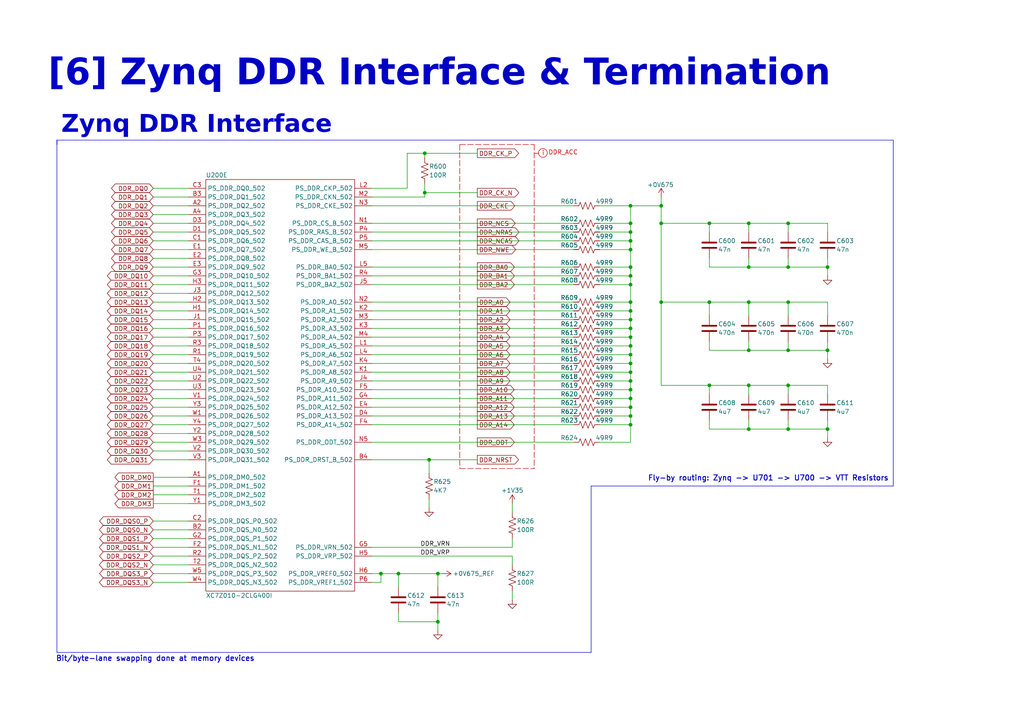
<source format=kicad_sch>
(kicad_sch (version 20231120) (generator "eeschema") (generator_version "8.0")
  (paper "A4")
  (title_block (title "Zynq DDR Interface & Termination") (date "2023-12-09") (rev "-") (company "Designed By: Dylan Gutierrez"))
  (junction (at 182.88 87.63))
  (junction (at 228.6 124.46))
  (junction (at 182.88 69.85))
  (junction (at 110.49 166.37))
  (junction (at 182.88 105.41))
  (junction (at 115.57 166.37))
  (junction (at 182.88 92.71))
  (junction (at 123.19 44.45))
  (junction (at 205.74 111.76))
  (junction (at 228.6 87.63))
  (junction (at 182.88 90.17))
  (junction (at 217.17 64.77))
  (junction (at 217.17 101.6))
  (junction (at 240.03 101.6))
  (junction (at 182.88 64.77))
  (junction (at 228.6 101.6))
  (junction (at 123.19 55.88))
  (junction (at 127 180.34))
  (junction (at 182.88 59.69))
  (junction (at 182.88 107.95))
  (junction (at 182.88 113.03))
  (junction (at 228.6 64.77))
  (junction (at 127 166.37))
  (junction (at 240.03 124.46))
  (junction (at 182.88 82.55))
  (junction (at 182.88 95.25))
  (junction (at 217.17 124.46))
  (junction (at 217.17 111.76))
  (junction (at 182.88 72.39))
  (junction (at 182.88 115.57))
  (junction (at 182.88 118.11))
  (junction (at 182.88 120.65))
  (junction (at 217.17 77.47))
  (junction (at 182.88 67.31))
  (junction (at 228.6 111.76))
  (junction (at 191.77 87.63))
  (junction (at 240.03 77.47))
  (junction (at 182.88 102.87))
  (junction (at 124.46 133.35))
  (junction (at 205.74 64.77))
  (junction (at 182.88 97.79))
  (junction (at 182.88 77.47))
  (junction (at 182.88 123.19))
  (junction (at 205.74 87.63))
  (junction (at 182.88 80.01))
  (junction (at 217.17 87.63))
  (junction (at 182.88 110.49))
  (junction (at 228.6 77.47))
  (junction (at 191.77 64.77))
  (junction (at 182.88 100.33))
  (junction (at 191.77 59.69))
  (wire (pts (xy 107.95 57.15) (xy 123.19 57.15)))
  (wire (pts (xy 205.74 124.46) (xy 217.17 124.46)))
  (wire (pts (xy 127 166.37) (xy 128.27 166.37)))
  (wire (pts (xy 44.45 102.87) (xy 54.61 102.87)))
  (polyline (pts (xy 16.51 40.64) (xy 16.51 189.23)))
  (wire (pts (xy 173.99 123.19) (xy 182.88 123.19)))
  (wire (pts (xy 115.57 180.34) (xy 127 180.34)))
  (wire (pts (xy 240.03 124.46) (xy 240.03 121.92)))
  (wire (pts (xy 228.6 124.46) (xy 240.03 124.46)))
  (wire (pts (xy 44.45 166.37) (xy 54.61 166.37)))
  (wire (pts (xy 173.99 118.11) (xy 182.88 118.11)))
  (wire (pts (xy 107.95 64.77) (xy 166.37 64.77)))
  (wire (pts (xy 228.6 111.76) (xy 228.6 114.3)))
  (wire (pts (xy 107.95 54.61) (xy 118.11 54.61)))
  (polyline (pts (xy 259.08 140.97) (xy 259.08 40.64)))
  (wire (pts (xy 191.77 64.77) (xy 205.74 64.77)))
  (wire (pts (xy 228.6 101.6) (xy 240.03 101.6)))
  (wire (pts (xy 44.45 62.23) (xy 54.61 62.23)))
  (wire (pts (xy 228.6 64.77) (xy 228.6 67.31)))
  (wire (pts (xy 173.99 128.27) (xy 182.88 128.27)))
  (wire (pts (xy 173.99 64.77) (xy 182.88 64.77)))
  (wire (pts (xy 240.03 111.76) (xy 240.03 114.3)))
  (wire (pts (xy 240.03 77.47) (xy 240.03 74.93)))
  (wire (pts (xy 107.95 97.79) (xy 166.37 97.79)))
  (wire (pts (xy 44.45 146.05) (xy 54.61 146.05)))
  (wire (pts (xy 182.88 92.71) (xy 182.88 90.17)))
  (wire (pts (xy 182.88 102.87) (xy 182.88 100.33)))
  (wire (pts (xy 182.88 100.33) (xy 182.88 97.79)))
  (wire (pts (xy 173.99 107.95) (xy 182.88 107.95)))
  (wire (pts (xy 44.45 82.55) (xy 54.61 82.55)))
  (wire (pts (xy 182.88 59.69) (xy 191.77 59.69)))
  (wire (pts (xy 107.95 118.11) (xy 166.37 118.11)))
  (wire (pts (xy 173.99 82.55) (xy 182.88 82.55)))
  (wire (pts (xy 44.45 140.97) (xy 54.61 140.97)))
  (wire (pts (xy 124.46 133.35) (xy 124.46 137.16)))
  (wire (pts (xy 173.99 95.25) (xy 182.88 95.25)))
  (wire (pts (xy 44.45 158.75) (xy 54.61 158.75)))
  (wire (pts (xy 182.88 72.39) (xy 182.88 69.85)))
  (wire (pts (xy 127 180.34) (xy 127 177.8)))
  (wire (pts (xy 44.45 80.01) (xy 54.61 80.01)))
  (wire (pts (xy 217.17 111.76) (xy 228.6 111.76)))
  (wire (pts (xy 182.88 67.31) (xy 182.88 64.77)))
  (wire (pts (xy 173.99 90.17) (xy 182.88 90.17)))
  (wire (pts (xy 228.6 64.77) (xy 240.03 64.77)))
  (wire (pts (xy 44.45 138.43) (xy 54.61 138.43)))
  (wire (pts (xy 44.45 151.13) (xy 54.61 151.13)))
  (wire (pts (xy 182.88 110.49) (xy 182.88 113.03)))
  (polyline (pts (xy 16.51 189.23) (xy 171.45 189.23)))
  (wire (pts (xy 44.45 125.73) (xy 54.61 125.73)))
  (wire (pts (xy 107.95 113.03) (xy 166.37 113.03)))
  (wire (pts (xy 110.49 166.37) (xy 115.57 166.37)))
  (wire (pts (xy 191.77 57.15) (xy 191.77 59.69)))
  (wire (pts (xy 44.45 153.67) (xy 54.61 153.67)))
  (wire (pts (xy 107.95 107.95) (xy 166.37 107.95)))
  (wire (pts (xy 107.95 133.35) (xy 124.46 133.35)))
  (wire (pts (xy 217.17 87.63) (xy 228.6 87.63)))
  (wire (pts (xy 148.59 161.29) (xy 148.59 163.83)))
  (wire (pts (xy 44.45 57.15) (xy 54.61 57.15)))
  (wire (pts (xy 44.45 77.47) (xy 54.61 77.47)))
  (wire (pts (xy 173.99 69.85) (xy 182.88 69.85)))
  (wire (pts (xy 173.99 115.57) (xy 182.88 115.57)))
  (wire (pts (xy 44.45 128.27) (xy 54.61 128.27)))
  (wire (pts (xy 127 180.34) (xy 127 182.88)))
  (wire (pts (xy 205.74 114.3) (xy 205.74 111.76)))
  (wire (pts (xy 44.45 67.31) (xy 54.61 67.31)))
  (wire (pts (xy 115.57 166.37) (xy 127 166.37)))
  (wire (pts (xy 173.99 67.31) (xy 182.88 67.31)))
  (wire (pts (xy 182.88 95.25) (xy 182.88 92.71)))
  (wire (pts (xy 44.45 87.63) (xy 54.61 87.63)))
  (wire (pts (xy 182.88 97.79) (xy 182.88 95.25)))
  (wire (pts (xy 217.17 64.77) (xy 217.17 67.31)))
  (wire (pts (xy 44.45 74.93) (xy 54.61 74.93)))
  (wire (pts (xy 107.95 105.41) (xy 166.37 105.41)))
  (wire (pts (xy 173.99 77.47) (xy 182.88 77.47)))
  (wire (pts (xy 107.95 95.25) (xy 166.37 95.25)))
  (wire (pts (xy 107.95 92.71) (xy 166.37 92.71)))
  (wire (pts (xy 124.46 144.78) (xy 124.46 147.32)))
  (wire (pts (xy 228.6 77.47) (xy 240.03 77.47)))
  (wire (pts (xy 182.88 82.55) (xy 182.88 80.01)))
  (wire (pts (xy 44.45 64.77) (xy 54.61 64.77)))
  (wire (pts (xy 44.45 118.11) (xy 54.61 118.11)))
  (wire (pts (xy 44.45 95.25) (xy 54.61 95.25)))
  (polyline (pts (xy 16.51 40.64) (xy 16.51 41.91)))
  (wire (pts (xy 44.45 107.95) (xy 54.61 107.95)))
  (polyline (pts (xy 133.35 41.91) (xy 154.94 41.91)) (stroke (width 0) (type dash) (color 194 0 0 1)))
  (wire (pts (xy 182.88 69.85) (xy 182.88 67.31)))
  (wire (pts (xy 107.95 120.65) (xy 166.37 120.65)))
  (wire (pts (xy 123.19 57.15) (xy 123.19 55.88)))
  (wire (pts (xy 240.03 124.46) (xy 240.03 127)))
  (wire (pts (xy 228.6 87.63) (xy 228.6 91.44)))
  (wire (pts (xy 107.95 80.01) (xy 166.37 80.01)))
  (wire (pts (xy 107.95 100.33) (xy 166.37 100.33)))
  (wire (pts (xy 44.45 90.17) (xy 54.61 90.17)))
  (wire (pts (xy 173.99 120.65) (xy 182.88 120.65)))
  (wire (pts (xy 182.88 90.17) (xy 182.88 87.63)))
  (wire (pts (xy 107.95 123.19) (xy 166.37 123.19)))
  (wire (pts (xy 205.74 87.63) (xy 205.74 91.44)))
  (wire (pts (xy 44.45 161.29) (xy 54.61 161.29)))
  (wire (pts (xy 44.45 105.41) (xy 54.61 105.41)))
  (wire (pts (xy 228.6 121.92) (xy 228.6 124.46)))
  (wire (pts (xy 148.59 171.45) (xy 148.59 173.99)))
  (wire (pts (xy 173.99 92.71) (xy 182.88 92.71)))
  (wire (pts (xy 191.77 111.76) (xy 205.74 111.76)))
  (wire (pts (xy 205.74 64.77) (xy 205.74 67.31)))
  (polyline (pts (xy 171.45 140.97) (xy 259.08 140.97)))
  (wire (pts (xy 44.45 69.85) (xy 54.61 69.85)))
  (polyline (pts (xy 171.45 189.23) (xy 171.45 140.97)))
  (wire (pts (xy 44.45 168.91) (xy 54.61 168.91)))
  (wire (pts (xy 44.45 97.79) (xy 54.61 97.79)))
  (wire (pts (xy 123.19 44.45) (xy 138.43 44.45)))
  (wire (pts (xy 228.6 87.63) (xy 240.03 87.63)))
  (wire (pts (xy 228.6 111.76) (xy 240.03 111.76)))
  (wire (pts (xy 217.17 74.93) (xy 217.17 77.47)))
  (wire (pts (xy 44.45 133.35) (xy 54.61 133.35)))
  (wire (pts (xy 115.57 177.8) (xy 115.57 180.34)))
  (wire (pts (xy 118.11 54.61) (xy 118.11 44.45)))
  (wire (pts (xy 217.17 77.47) (xy 228.6 77.47)))
  (wire (pts (xy 205.74 87.63) (xy 217.17 87.63)))
  (wire (pts (xy 44.45 92.71) (xy 54.61 92.71)))
  (wire (pts (xy 182.88 105.41) (xy 182.88 102.87)))
  (wire (pts (xy 205.74 99.06) (xy 205.74 101.6)))
  (wire (pts (xy 217.17 99.06) (xy 217.17 101.6)))
  (wire (pts (xy 182.88 120.65) (xy 182.88 123.19)))
  (polyline (pts (xy 133.35 135.89) (xy 154.94 135.89)) (stroke (width 0) (type dash) (color 194 0 0 1)))
  (wire (pts (xy 182.88 80.01) (xy 182.88 77.47)))
  (wire (pts (xy 173.99 102.87) (xy 182.88 102.87)))
  (wire (pts (xy 182.88 77.47) (xy 182.88 72.39)))
  (wire (pts (xy 44.45 156.21) (xy 54.61 156.21)))
  (wire (pts (xy 107.95 168.91) (xy 110.49 168.91)))
  (wire (pts (xy 44.45 163.83) (xy 54.61 163.83)))
  (wire (pts (xy 182.88 123.19) (xy 182.88 128.27)))
  (wire (pts (xy 107.95 72.39) (xy 166.37 72.39)))
  (wire (pts (xy 107.95 69.85) (xy 166.37 69.85)))
  (wire (pts (xy 228.6 74.93) (xy 228.6 77.47)))
  (wire (pts (xy 228.6 99.06) (xy 228.6 101.6)))
  (wire (pts (xy 217.17 111.76) (xy 217.17 114.3)))
  (wire (pts (xy 44.45 143.51) (xy 54.61 143.51)))
  (wire (pts (xy 44.45 59.69) (xy 54.61 59.69)))
  (wire (pts (xy 240.03 77.47) (xy 240.03 80.01)))
  (wire (pts (xy 44.45 123.19) (xy 54.61 123.19)))
  (wire (pts (xy 205.74 64.77) (xy 217.17 64.77)))
  (wire (pts (xy 127 166.37) (xy 127 170.18)))
  (wire (pts (xy 107.95 90.17) (xy 166.37 90.17)))
  (wire (pts (xy 182.88 105.41) (xy 182.88 107.95)))
  (polyline (pts (xy 154.94 44.45) (xy 156.21 44.45)) (stroke (width 0) (type dash) (color 194 0 0 1)))
  (wire (pts (xy 182.88 107.95) (xy 182.88 110.49)))
  (wire (pts (xy 191.77 87.63) (xy 205.74 87.63)))
  (wire (pts (xy 240.03 101.6) (xy 240.03 104.14)))
  (wire (pts (xy 44.45 85.09) (xy 54.61 85.09)))
  (wire (pts (xy 107.95 128.27) (xy 166.37 128.27)))
  (wire (pts (xy 217.17 124.46) (xy 228.6 124.46)))
  (wire (pts (xy 217.17 87.63) (xy 217.17 91.44)))
  (wire (pts (xy 217.17 121.92) (xy 217.17 124.46)))
  (wire (pts (xy 191.77 64.77) (xy 191.77 87.63)))
  (wire (pts (xy 205.74 111.76) (xy 217.17 111.76)))
  (wire (pts (xy 110.49 168.91) (xy 110.49 166.37)))
  (wire (pts (xy 107.95 166.37) (xy 110.49 166.37)))
  (wire (pts (xy 107.95 59.69) (xy 166.37 59.69)))
  (wire (pts (xy 173.99 100.33) (xy 182.88 100.33)))
  (polyline (pts (xy 259.08 40.64) (xy 16.51 40.64)))
  (wire (pts (xy 123.19 55.88) (xy 138.43 55.88)))
  (wire (pts (xy 44.45 115.57) (xy 54.61 115.57)))
  (wire (pts (xy 191.77 64.77) (xy 191.77 59.69)))
  (wire (pts (xy 240.03 101.6) (xy 240.03 99.06)))
  (wire (pts (xy 217.17 64.77) (xy 228.6 64.77)))
  (wire (pts (xy 182.88 113.03) (xy 182.88 115.57)))
  (wire (pts (xy 217.17 101.6) (xy 228.6 101.6)))
  (wire (pts (xy 173.99 97.79) (xy 182.88 97.79)))
  (wire (pts (xy 173.99 110.49) (xy 182.88 110.49)))
  (wire (pts (xy 173.99 105.41) (xy 182.88 105.41)))
  (wire (pts (xy 107.95 158.75) (xy 148.59 158.75)))
  (wire (pts (xy 205.74 121.92) (xy 205.74 124.46)))
  (wire (pts (xy 107.95 115.57) (xy 166.37 115.57)))
  (wire (pts (xy 240.03 64.77) (xy 240.03 67.31)))
  (polyline (pts (xy 133.35 41.91) (xy 133.35 135.89)) (stroke (width 0) (type dash) (color 194 0 0 1)))
  (wire (pts (xy 107.95 82.55) (xy 166.37 82.55)))
  (wire (pts (xy 240.03 87.63) (xy 240.03 91.44)))
  (wire (pts (xy 118.11 44.45) (xy 123.19 44.45)))
  (polyline (pts (xy 154.94 41.91) (xy 154.94 135.89)) (stroke (width 0) (type dash) (color 194 0 0 1)))
  (wire (pts (xy 44.45 110.49) (xy 54.61 110.49)))
  (wire (pts (xy 191.77 87.63) (xy 191.77 111.76)))
  (wire (pts (xy 205.74 74.93) (xy 205.74 77.47)))
  (wire (pts (xy 205.74 77.47) (xy 217.17 77.47)))
  (wire (pts (xy 107.95 87.63) (xy 166.37 87.63)))
  (wire (pts (xy 107.95 161.29) (xy 148.59 161.29)))
  (wire (pts (xy 44.45 120.65) (xy 54.61 120.65)))
  (wire (pts (xy 44.45 72.39) (xy 54.61 72.39)))
  (wire (pts (xy 205.74 101.6) (xy 217.17 101.6)))
  (wire (pts (xy 44.45 100.33) (xy 54.61 100.33)))
  (wire (pts (xy 182.88 87.63) (xy 182.88 82.55)))
  (wire (pts (xy 44.45 54.61) (xy 54.61 54.61)))
  (wire (pts (xy 173.99 72.39) (xy 182.88 72.39)))
  (wire (pts (xy 173.99 80.01) (xy 182.88 80.01)))
  (wire (pts (xy 182.88 118.11) (xy 182.88 120.65)))
  (wire (pts (xy 44.45 113.03) (xy 54.61 113.03)))
  (wire (pts (xy 107.95 77.47) (xy 166.37 77.47)))
  (wire (pts (xy 173.99 59.69) (xy 182.88 59.69)))
  (wire (pts (xy 148.59 156.21) (xy 148.59 158.75)))
  (wire (pts (xy 182.88 115.57) (xy 182.88 118.11)))
  (wire (pts (xy 123.19 44.45) (xy 123.19 45.72)))
  (wire (pts (xy 173.99 113.03) (xy 182.88 113.03)))
  (wire (pts (xy 182.88 64.77) (xy 182.88 59.69)))
  (wire (pts (xy 173.99 87.63) (xy 182.88 87.63)))
  (wire (pts (xy 107.95 110.49) (xy 166.37 110.49)))
  (wire (pts (xy 124.46 133.35) (xy 138.43 133.35)))
  (wire (pts (xy 107.95 102.87) (xy 166.37 102.87)))
  (wire (pts (xy 44.45 130.81) (xy 54.61 130.81)))
  (wire (pts (xy 148.59 146.05) (xy 148.59 148.59)))
  (wire (pts (xy 123.19 53.34) (xy 123.19 55.88)))
  (wire (pts (xy 107.95 67.31) (xy 166.37 67.31)))
  (wire (pts (xy 115.57 166.37) (xy 115.57 170.18)))
  (circle (center 157.4643 44.3577) (radius 1.27) (stroke (width 0) (color 194 0 0 1)))
  (text "Bit/byte-lane swapping done at memory devices" (at 73.914 192.024 0) (effects (font (size 1.524 1.524) (thickness 0.254) (bold yes)) (justify right bottom)))
  (text "Zynq DDR Interface" (at 17.78 40.64 0) (effects (font (size 5.08 5.08) (thickness 0.508) (bold yes) (italic yes)) (justify left bottom)))
  (text "DDR_ACC" (at 159.0296 45.113 0) (effects (font (size 1.27 1.27)) (justify left bottom)))
  (text "i" (at 157.1544 45.2872 0) (effects (font (size 1.27 1.27)) (justify left bottom)))
  (text "[6] Zynq DDR Interface & Termination" (at 13.97 27.94 0) (effects (font (size 7.62 7.62) (thickness 1.016) (bold yes)) (justify left bottom)))
  (text "Fly-by routing: Zynq -> U701 -> U700 -> VTT Resistors" (at 257.81 139.7 0) (effects (font (size 1.524 1.524) (thickness 0.254) (bold yes)) (justify right bottom)))
  (label "DDR_VRP" (at 121.92 161.29 0))
  (label "DDR_VRN" (at 121.92 158.75 0))
  (global_label "DDR_DQ5" (shape bidirectional) (at 44.45 67.31 180) (property "Intersheetrefs" "${INTERSHEET_REFS}" (effects (hide yes))))
  (global_label "DDR_DQ13" (shape bidirectional) (at 44.45 87.63 180) (property "Intersheetrefs" "${INTERSHEET_REFS}" (effects (hide yes))))
  (global_label "DDR_DQS2_P" (shape bidirectional) (at 44.45 161.29 180) (property "Intersheetrefs" "${INTERSHEET_REFS}" (effects (hide yes))))
  (global_label "DDR_DQ16" (shape bidirectional) (at 44.45 95.25 180) (property "Intersheetrefs" "${INTERSHEET_REFS}" (effects (hide yes))))
  (global_label "DDR_DQ20" (shape bidirectional) (at 44.45 105.41 180) (property "Intersheetrefs" "${INTERSHEET_REFS}" (effects (hide yes))))
  (global_label "DDR_DQ31" (shape bidirectional) (at 44.45 133.35 180) (property "Intersheetrefs" "${INTERSHEET_REFS}" (effects (hide yes))))
  (global_label "DDR_DQS3_N" (shape bidirectional) (at 44.45 168.91 180) (property "Intersheetrefs" "${INTERSHEET_REFS}" (effects (hide yes))))
  (global_label "DDR_DQ30" (shape bidirectional) (at 44.45 130.81 180) (property "Intersheetrefs" "${INTERSHEET_REFS}" (effects (hide yes))))
  (global_label "DDR_DQS1_P" (shape bidirectional) (at 44.45 156.21 180) (property "Intersheetrefs" "${INTERSHEET_REFS}" (effects (hide yes))))
  (global_label "DDR_DQ3" (shape bidirectional) (at 44.45 62.23 180) (property "Intersheetrefs" "${INTERSHEET_REFS}" (effects (hide yes))))
  (global_label "DDR_DQ8" (shape bidirectional) (at 44.45 74.93 180) (property "Intersheetrefs" "${INTERSHEET_REFS}" (effects (hide yes))))
  (global_label "DDR_DQ28" (shape bidirectional) (at 44.45 125.73 180) (property "Intersheetrefs" "${INTERSHEET_REFS}" (effects (hide yes))))
  (global_label "DDR_DQ6" (shape bidirectional) (at 44.45 69.85 180) (property "Intersheetrefs" "${INTERSHEET_REFS}" (effects (hide yes))))
  (global_label "DDR_DQS2_N" (shape bidirectional) (at 44.45 163.83 180) (property "Intersheetrefs" "${INTERSHEET_REFS}" (effects (hide yes))))
  (global_label "DDR_NWE" (shape output) (at 138.43 72.39 0) (property "Intersheetrefs" "${INTERSHEET_REFS}" (effects (hide yes))))
  (global_label "DDR_A10" (shape output) (at 138.43 113.03 0) (property "Intersheetrefs" "${INTERSHEET_REFS}" (effects (hide yes))))
  (global_label "DDR_DM3" (shape output) (at 44.45 146.05 180) (property "Intersheetrefs" "${INTERSHEET_REFS}" (effects (hide yes))))
  (global_label "DDR_CK_N" (shape output) (at 138.43 55.88 0) (property "Intersheetrefs" "${INTERSHEET_REFS}" (effects (hide yes))))
  (global_label "DDR_DQ11" (shape bidirectional) (at 44.45 82.55 180) (property "Intersheetrefs" "${INTERSHEET_REFS}" (effects (hide yes))))
  (global_label "DDR_DM1" (shape output) (at 44.45 140.97 180) (property "Intersheetrefs" "${INTERSHEET_REFS}" (effects (hide yes))))
  (global_label "DDR_DQ10" (shape bidirectional) (at 44.45 80.01 180) (property "Intersheetrefs" "${INTERSHEET_REFS}" (effects (hide yes))))
  (global_label "DDR_A7" (shape output) (at 138.43 105.41 0) (property "Intersheetrefs" "${INTERSHEET_REFS}" (effects (hide yes))))
  (global_label "DDR_DQ12" (shape bidirectional) (at 44.45 85.09 180) (property "Intersheetrefs" "${INTERSHEET_REFS}" (effects (hide yes))))
  (global_label "DDR_A3" (shape output) (at 138.43 95.25 0) (property "Intersheetrefs" "${INTERSHEET_REFS}" (effects (hide yes))))
  (global_label "DDR_A14" (shape output) (at 138.43 123.19 0) (property "Intersheetrefs" "${INTERSHEET_REFS}" (effects (hide yes))))
  (global_label "DDR_NRAS" (shape output) (at 138.43 67.31 0) (property "Intersheetrefs" "${INTERSHEET_REFS}" (effects (hide yes))))
  (global_label "DDR_DQ17" (shape bidirectional) (at 44.45 97.79 180) (property "Intersheetrefs" "${INTERSHEET_REFS}" (effects (hide yes))))
  (global_label "DDR_DQ25" (shape bidirectional) (at 44.45 118.11 180) (property "Intersheetrefs" "${INTERSHEET_REFS}" (effects (hide yes))))
  (global_label "DDR_DQ26" (shape bidirectional) (at 44.45 120.65 180) (property "Intersheetrefs" "${INTERSHEET_REFS}" (effects (hide yes))))
  (global_label "DDR_A12" (shape output) (at 138.43 118.11 0) (property "Intersheetrefs" "${INTERSHEET_REFS}" (effects (hide yes))))
  (global_label "DDR_A4" (shape output) (at 138.43 97.79 0) (property "Intersheetrefs" "${INTERSHEET_REFS}" (effects (hide yes))))
  (global_label "DDR_NRST" (shape output) (at 138.43 133.35 0) (property "Intersheetrefs" "${INTERSHEET_REFS}" (effects (hide yes))))
  (global_label "DDR_DQS0_N" (shape bidirectional) (at 44.45 153.67 180) (property "Intersheetrefs" "${INTERSHEET_REFS}" (effects (hide yes))))
  (global_label "DDR_DQ23" (shape bidirectional) (at 44.45 113.03 180) (property "Intersheetrefs" "${INTERSHEET_REFS}" (effects (hide yes))))
  (global_label "DDR_A0" (shape output) (at 138.43 87.63 0) (property "Intersheetrefs" "${INTERSHEET_REFS}" (effects (hide yes))))
  (global_label "DDR_DQ2" (shape bidirectional) (at 44.45 59.69 180) (property "Intersheetrefs" "${INTERSHEET_REFS}" (effects (hide yes))))
  (global_label "DDR_A5" (shape output) (at 138.43 100.33 0) (property "Intersheetrefs" "${INTERSHEET_REFS}" (effects (hide yes))))
  (global_label "DDR_CK_P" (shape output) (at 138.43 44.45 0) (property "Intersheetrefs" "${INTERSHEET_REFS}" (effects (hide yes))))
  (global_label "DDR_DQ14" (shape bidirectional) (at 44.45 90.17 180) (property "Intersheetrefs" "${INTERSHEET_REFS}" (effects (hide yes))))
  (global_label "DDR_DQ15" (shape bidirectional) (at 44.45 92.71 180) (property "Intersheetrefs" "${INTERSHEET_REFS}" (effects (hide yes))))
  (global_label "DDR_NCAS" (shape output) (at 138.43 69.85 0) (property "Intersheetrefs" "${INTERSHEET_REFS}" (effects (hide yes))))
  (global_label "DDR_A6" (shape output) (at 138.43 102.87 0) (property "Intersheetrefs" "${INTERSHEET_REFS}" (effects (hide yes))))
  (global_label "DDR_DQ18" (shape bidirectional) (at 44.45 100.33 180) (property "Intersheetrefs" "${INTERSHEET_REFS}" (effects (hide yes))))
  (global_label "DDR_DQ9" (shape bidirectional) (at 44.45 77.47 180) (property "Intersheetrefs" "${INTERSHEET_REFS}" (effects (hide yes))))
  (global_label "DDR_DM0" (shape output) (at 44.45 138.43 180) (property "Intersheetrefs" "${INTERSHEET_REFS}" (effects (hide yes))))
  (global_label "DDR_DQ24" (shape bidirectional) (at 44.45 115.57 180) (property "Intersheetrefs" "${INTERSHEET_REFS}" (effects (hide yes))))
  (global_label "DDR_A13" (shape output) (at 138.43 120.65 0) (property "Intersheetrefs" "${INTERSHEET_REFS}" (effects (hide yes))))
  (global_label "DDR_DQ29" (shape bidirectional) (at 44.45 128.27 180) (property "Intersheetrefs" "${INTERSHEET_REFS}" (effects (hide yes))))
  (global_label "DDR_A9" (shape output) (at 138.43 110.49 0) (property "Intersheetrefs" "${INTERSHEET_REFS}" (effects (hide yes))))
  (global_label "DDR_DQ22" (shape bidirectional) (at 44.45 110.49 180) (property "Intersheetrefs" "${INTERSHEET_REFS}" (effects (hide yes))))
  (global_label "DDR_DQ7" (shape bidirectional) (at 44.45 72.39 180) (property "Intersheetrefs" "${INTERSHEET_REFS}" (effects (hide yes))))
  (global_label "DDR_DQ19" (shape bidirectional) (at 44.45 102.87 180) (property "Intersheetrefs" "${INTERSHEET_REFS}" (effects (hide yes))))
  (global_label "DDR_A11" (shape output) (at 138.43 115.57 0) (property "Intersheetrefs" "${INTERSHEET_REFS}" (effects (hide yes))))
  (global_label "DDR_NCS" (shape output) (at 138.43 64.77 0) (property "Intersheetrefs" "${INTERSHEET_REFS}" (effects (hide yes))))
  (global_label "DDR_BA1" (shape output) (at 138.43 80.01 0) (property "Intersheetrefs" "${INTERSHEET_REFS}" (effects (hide yes))))
  (global_label "DDR_DQS3_P" (shape bidirectional) (at 44.45 166.37 180) (property "Intersheetrefs" "${INTERSHEET_REFS}" (effects (hide yes))))
  (global_label "DDR_DQS0_P" (shape bidirectional) (at 44.45 151.13 180) (property "Intersheetrefs" "${INTERSHEET_REFS}" (effects (hide yes))))
  (global_label "DDR_DQS1_N" (shape bidirectional) (at 44.45 158.75 180) (property "Intersheetrefs" "${INTERSHEET_REFS}" (effects (hide yes))))
  (global_label "DDR_BA0" (shape output) (at 138.43 77.47 0) (property "Intersheetrefs" "${INTERSHEET_REFS}" (effects (hide yes))))
  (global_label "DDR_DQ0" (shape bidirectional) (at 44.45 54.61 180) (property "Intersheetrefs" "${INTERSHEET_REFS}" (effects (hide yes))))
  (global_label "DDR_A1" (shape output) (at 138.43 90.17 0) (property "Intersheetrefs" "${INTERSHEET_REFS}" (effects (hide yes))))
  (global_label "DDR_DQ21" (shape bidirectional) (at 44.45 107.95 180) (property "Intersheetrefs" "${INTERSHEET_REFS}" (effects (hide yes))))
  (global_label "DDR_DQ1" (shape bidirectional) (at 44.45 57.15 180) (property "Intersheetrefs" "${INTERSHEET_REFS}" (effects (hide yes))))
  (global_label "DDR_A2" (shape output) (at 138.43 92.71 0) (property "Intersheetrefs" "${INTERSHEET_REFS}" (effects (hide yes))))
  (global_label "DDR_CKE" (shape output) (at 138.43 59.69 0) (property "Intersheetrefs" "${INTERSHEET_REFS}" (effects (hide yes))))
  (global_label "DDR_A8" (shape output) (at 138.43 107.95 0) (property "Intersheetrefs" "${INTERSHEET_REFS}" (effects (hide yes))))
  (global_label "DDR_ODT" (shape output) (at 138.43 128.27 0) (property "Intersheetrefs" "${INTERSHEET_REFS}" (effects (hide yes))))
  (global_label "DDR_BA2" (shape output) (at 138.43 82.55 0) (property "Intersheetrefs" "${INTERSHEET_REFS}" (effects (hide yes))))
  (global_label "DDR_DQ4" (shape bidirectional) (at 44.45 64.77 180) (property "Intersheetrefs" "${INTERSHEET_REFS}" (effects (hide yes))))
  (global_label "DDR_DM2" (shape output) (at 44.45 143.51 180) (property "Intersheetrefs" "${INTERSHEET_REFS}" (effects (hide yes))))
  (global_label "DDR_DQ27" (shape bidirectional) (at 44.45 123.19 180) (property "Intersheetrefs" "${INTERSHEET_REFS}" (effects (hide yes))))
  (symbol (lib_id "Device:C") (at 217.17 118.11 0) (unit 1)
    (property "Reference" "C609" (at 219.71 116.84 0) (effects (justify left)))
    (property "Value" "4u7" (at 219.71 119.38 0) (effects (justify left)))
    (property "Footprint" "Capacitor_SMD:C_0402_1005Metric" (effects (hide yes)))
    (property "Datasheet" "https://datasheet.lcsc.com/lcsc/2304140030_Samsung-Electro-Mechanics-CL05A475MP5NRNC_C23733.pdf" (effects (hide yes)))
    (property "Description" "10V 4.7uF X5R ±20% 0402 Multilayer Ceramic Capacitors MLCC - SMD/SMT ROHS" (effects (hide yes)))
    (property "Distributor Link" "https://www.lcsc.com/product-detail/Multilayer-Ceramic-Capacitors-MLCC-SMD-SMT_Samsung-Electro-Mechanics-CL05A475MP5NRNC_C23733.html" (effects (hide yes)))
    (property "LCSC PN" "C23733" (effects (hide yes)))
    (property "Manufacturer" "Samsung" (effects (hide yes)))
    (property "Manufacturer PN" "CL05A475MP5NRNC" (effects (hide yes)))
  )
  (symbol (lib_id "Device:R_US") (at 124.46 140.97 0) (unit 1)
    (property "Reference" "R625" (at 125.73 139.7 0) (effects (justify left)))
    (property "Value" "4K7" (at 125.73 142.24 0) (effects (justify left)))
    (property "Footprint" "Resistor_SMD:R_0402_1005Metric" (effects (hide yes)))
    (property "Datasheet" "https://datasheet.lcsc.com/lcsc/2304140030_YAGEO-RC0402FR-074K7L_C105871.pdf" (effects (hide yes)))
    (property "Description" "62.5mW Thick Film Resistors ±100ppm/℃ ±1% 4.7kΩ 0402 Chip Resistor - Surface Mount ROHS" (effects (hide yes)))
    (property "Distributor Link" "https://www.lcsc.com/product-detail/Chip-Resistor-Surface-Mount_YAGEO-RC0402FR-074K7L_C105871.html" (effects (hide yes)))
    (property "LCSC PN" "C105871" (effects (hide yes)))
    (property "Manufacturer" "YAGEO" (effects (hide yes)))
    (property "Manufacturer PN" "RC0402FR-074K7L" (effects (hide yes)))
  )
  (symbol (lib_id "Device:C") (at 228.6 118.11 0) (unit 1)
    (property "Reference" "C610" (at 231.14 116.84 0) (effects (justify left)))
    (property "Value" "4u7" (at 231.14 119.38 0) (effects (justify left)))
    (property "Footprint" "Capacitor_SMD:C_0402_1005Metric" (effects (hide yes)))
    (property "Datasheet" "https://datasheet.lcsc.com/lcsc/2304140030_Samsung-Electro-Mechanics-CL05A475MP5NRNC_C23733.pdf" (effects (hide yes)))
    (property "Description" "10V 4.7uF X5R ±20% 0402 Multilayer Ceramic Capacitors MLCC - SMD/SMT ROHS" (effects (hide yes)))
    (property "Distributor Link" "https://www.lcsc.com/product-detail/Multilayer-Ceramic-Capacitors-MLCC-SMD-SMT_Samsung-Electro-Mechanics-CL05A475MP5NRNC_C23733.html" (effects (hide yes)))
    (property "LCSC PN" "C23733" (effects (hide yes)))
    (property "Manufacturer" "Samsung" (effects (hide yes)))
    (property "Manufacturer PN" "CL05A475MP5NRNC" (effects (hide yes)))
  )
  (symbol (lib_id "Device:C") (at 205.74 118.11 0) (unit 1)
    (property "Reference" "C608" (at 208.28 116.84 0) (effects (justify left)))
    (property "Value" "4u7" (at 208.28 119.38 0) (effects (justify left)))
    (property "Footprint" "Capacitor_SMD:C_0402_1005Metric" (effects (hide yes)))
    (property "Datasheet" "https://datasheet.lcsc.com/lcsc/2304140030_Samsung-Electro-Mechanics-CL05A475MP5NRNC_C23733.pdf" (effects (hide yes)))
    (property "Description" "10V 4.7uF X5R ±20% 0402 Multilayer Ceramic Capacitors MLCC - SMD/SMT ROHS" (effects (hide yes)))
    (property "Distributor Link" "https://www.lcsc.com/product-detail/Multilayer-Ceramic-Capacitors-MLCC-SMD-SMT_Samsung-Electro-Mechanics-CL05A475MP5NRNC_C23733.html" (effects (hide yes)))
    (property "LCSC PN" "C23733" (effects (hide yes)))
    (property "Manufacturer" "Samsung" (effects (hide yes)))
    (property "Manufacturer PN" "CL05A475MP5NRNC" (effects (hide yes)))
  )
  (symbol (lib_id "Device:C") (at 205.74 95.25 0) (unit 1)
    (property "Reference" "C604" (at 208.28 93.98 0) (effects (justify left)))
    (property "Value" "470n" (at 208.28 96.52 0) (effects (justify left)))
    (property "Footprint" "Capacitor_SMD:C_0201_0603Metric" (effects (hide yes)))
    (property "Datasheet" "https://datasheet.lcsc.com/lcsc/2212052030_Murata-Electronics-GRM033R60J474KE90D_C85926.pdf" (effects (hide yes)))
    (property "Description" "6.3V 470nF X5R ±10% 0201 Multilayer Ceramic Capacitors MLCC - SMD/SMT" (effects (hide yes)))
    (property "Distributor Link" "https://www.lcsc.com/product-detail/Multilayer-Ceramic-Capacitors-MLCC-SMD-SMT_Murata-Electronics-GRM033R60J474KE90D_C85926.html" (effects (hide yes)))
    (property "LCSC PN" "C85926" (effects (hide yes)))
    (property "Manufacturer" "Murata" (effects (hide yes)))
    (property "Manufacturer PN" "GRM033R60J474KE90D" (effects (hide yes)))
  )
  (symbol (lib_id "Device:R_US") (at 170.18 72.39 270) (unit 1)
    (property "Reference" "R605" (at 162.56 71.12 90) (effects (justify left)))
    (property "Value" "49R9" (at 172.72 71.12 90) (effects (justify left)))
    (property "Footprint" "Resistor_SMD:R_0201_0603Metric" (effects (hide yes)))
    (property "Datasheet" "https://datasheet.lcsc.com/lcsc/2304140030_YAGEO-RC0201FR-0749R9L_C155744.pdf" (effects (hide yes)))
    (property "Description" "50mW Thick Film Resistors 25V ±1% ±200ppm/℃ 49.9Ω 0201 Chip Resistor - Surface Mount" (effects (hide yes)))
    (property "Distributor Link" "https://www.lcsc.com/product-detail/Chip-Resistor-Surface-Mount_YAGEO-RC0201FR-0749R9L_C155744.html" (effects (hide yes)))
    (property "LCSC PN" "C155744" (effects (hide yes)))
    (property "Manufacturer" "YAGEO" (effects (hide yes)))
    (property "Manufacturer PN" "RC0201FR-0749R9L" (effects (hide yes)))
  )
  (symbol (lib_id "Device:C") (at 228.6 71.12 0) (unit 1)
    (property "Reference" "C602" (at 231.14 69.85 0) (effects (justify left)))
    (property "Value" "47n" (at 231.14 72.39 0) (effects (justify left)))
    (property "Footprint" "Capacitor_SMD:C_0201_0603Metric" (effects (hide yes)))
    (property "Datasheet" "https://datasheet.lcsc.com/lcsc/1811141821_Murata-Electronics-GRT033R60J473KE01D_C126621.pdf" (effects (hide yes)))
    (property "Description" "6.3V 47nF X5R ±10% 0201 Multilayer Ceramic Capacitors MLCC - SMD/SMT" (effects (hide yes)))
    (property "Distributor Link" "https://www.lcsc.com/product-detail/Multilayer-Ceramic-Capacitors-MLCC-SMD-SMT_Murata-Electronics-GRT033R60J473KE01D_C126621.html" (effects (hide yes)))
    (property "LCSC PN" "C126621" (effects (hide yes)))
    (property "Manufacturer" "Murata" (effects (hide yes)))
    (property "Manufacturer PN" "GRT033R60J473KE01D" (effects (hide yes)))
  )
  (symbol (lib_id "power:GND") (at 240.03 127 0) (unit 1)
    (property "Reference" "#PWR0137" (effects (hide yes)))
    (property "Value" "GND" (effects (hide yes)))
  )
  (symbol (lib_id "Device:C") (at 240.03 95.25 0) (unit 1)
    (property "Reference" "C607" (at 242.57 93.98 0) (effects (justify left)))
    (property "Value" "470n" (at 242.57 96.52 0) (effects (justify left)))
    (property "Footprint" "Capacitor_SMD:C_0201_0603Metric" (effects (hide yes)))
    (property "Datasheet" "https://datasheet.lcsc.com/lcsc/2212052030_Murata-Electronics-GRM033R60J474KE90D_C85926.pdf" (effects (hide yes)))
    (property "Description" "6.3V 470nF X5R ±10% 0201 Multilayer Ceramic Capacitors MLCC - SMD/SMT" (effects (hide yes)))
    (property "Distributor Link" "https://www.lcsc.com/product-detail/Multilayer-Ceramic-Capacitors-MLCC-SMD-SMT_Murata-Electronics-GRM033R60J474KE90D_C85926.html" (effects (hide yes)))
    (property "LCSC PN" "C85926" (effects (hide yes)))
    (property "Manufacturer" "Murata" (effects (hide yes)))
    (property "Manufacturer PN" "GRM033R60J474KE90D" (effects (hide yes)))
  )
  (symbol (lib_id "power:GND") (at 127 182.88 0) (unit 1)
    (property "Reference" "#PWR0133" (effects (hide yes)))
    (property "Value" "GND" (effects (hide yes)))
  )
  (symbol (lib_id "Device:R_US") (at 148.59 167.64 0) (unit 1)
    (property "Reference" "R627" (at 149.86 166.37 0) (effects (justify left)))
    (property "Value" "100R" (at 149.86 168.91 0) (effects (justify left)))
    (property "Footprint" "Resistor_SMD:R_0201_0603Metric" (effects (hide yes)))
    (property "Datasheet" "https://datasheet.lcsc.com/lcsc/2304140030_YAGEO-RC0201FR-07100RL_C77623.pdf" (effects (hide yes)))
    (property "Description" "50mW Thick Film Resistors 25V ±1% ±200ppm/℃ 100Ω 0201 Chip Resistor" (effects (hide yes)))
    (property "Distributor Link" "https://www.lcsc.com/product-detail/Chip-Resistor-Surface-Mount_YAGEO-RC0201FR-07100RL_C77623.html" (effects (hide yes)))
    (property "LCSC PN" "C77623" (effects (hide yes)))
    (property "Manufacturer" "YAGEO" (effects (hide yes)))
    (property "Manufacturer PN" "RC0201FR-07100RL" (effects (hide yes)))
  )
  (symbol (lib_id "Device:C") (at 127 173.99 0) (unit 1)
    (property "Reference" "C613" (at 129.54 172.72 0) (effects (justify left)))
    (property "Value" "47n" (at 129.54 175.26 0) (effects (justify left)))
    (property "Footprint" "Capacitor_SMD:C_0201_0603Metric" (effects (hide yes)))
    (property "Datasheet" "https://datasheet.lcsc.com/lcsc/1811141821_Murata-Electronics-GRT033R60J473KE01D_C126621.pdf" (effects (hide yes)))
    (property "Description" "6.3V 47nF X5R ±10% 0201 Multilayer Ceramic Capacitors MLCC - SMD/SMT" (effects (hide yes)))
    (property "Distributor Link" "https://www.lcsc.com/product-detail/Multilayer-Ceramic-Capacitors-MLCC-SMD-SMT_Murata-Electronics-GRT033R60J473KE01D_C126621.html" (effects (hide yes)))
    (property "LCSC PN" "C126621" (effects (hide yes)))
    (property "Manufacturer" "Murata" (effects (hide yes)))
    (property "Manufacturer PN" "GRT033R60J473KE01D" (effects (hide yes)))
  )
  (symbol (lib_name "+1V0_1") (lib_id "power:+1V0") (at 128.27 166.37 270) (unit 1)
    (property "Reference" "#PWR0141" (effects (hide yes)))
    (property "Value" "+0V675_REF" (at 131.318 166.37 90) (effects (justify left)))
    (property "Description" "Power symbol creates a global label with name \"+0V675_REF\"" (effects (hide yes)))
  )
  (symbol (lib_id "Device:R_US") (at 170.18 118.11 270) (unit 1)
    (property "Reference" "R621" (at 162.56 116.84 90) (effects (justify left)))
    (property "Value" "49R9" (at 172.72 116.84 90) (effects (justify left)))
    (property "Footprint" "Resistor_SMD:R_0201_0603Metric" (effects (hide yes)))
    (property "Datasheet" "https://datasheet.lcsc.com/lcsc/2304140030_YAGEO-RC0201FR-0749R9L_C155744.pdf" (effects (hide yes)))
    (property "Description" "50mW Thick Film Resistors 25V ±1% ±200ppm/℃ 49.9Ω 0201 Chip Resistor - Surface Mount" (effects (hide yes)))
    (property "Distributor Link" "https://www.lcsc.com/product-detail/Chip-Resistor-Surface-Mount_YAGEO-RC0201FR-0749R9L_C155744.html" (effects (hide yes)))
    (property "LCSC PN" "C155744" (effects (hide yes)))
    (property "Manufacturer" "YAGEO" (effects (hide yes)))
    (property "Manufacturer PN" "RC0201FR-0749R9L" (effects (hide yes)))
  )
  (symbol (lib_id "Device:C") (at 115.57 173.99 0) (unit 1)
    (property "Reference" "C612" (at 118.11 172.72 0) (effects (justify left)))
    (property "Value" "47n" (at 118.11 175.26 0) (effects (justify left)))
    (property "Footprint" "Capacitor_SMD:C_0201_0603Metric" (effects (hide yes)))
    (property "Datasheet" "https://datasheet.lcsc.com/lcsc/1811141821_Murata-Electronics-GRT033R60J473KE01D_C126621.pdf" (effects (hide yes)))
    (property "Description" "6.3V 47nF X5R ±10% 0201 Multilayer Ceramic Capacitors MLCC - SMD/SMT" (effects (hide yes)))
    (property "Distributor Link" "https://www.lcsc.com/product-detail/Multilayer-Ceramic-Capacitors-MLCC-SMD-SMT_Murata-Electronics-GRT033R60J473KE01D_C126621.html" (effects (hide yes)))
    (property "LCSC PN" "C126621" (effects (hide yes)))
    (property "Manufacturer" "Murata" (effects (hide yes)))
    (property "Manufacturer PN" "GRT033R60J473KE01D" (effects (hide yes)))
  )
  (symbol (lib_id "Device:R_US") (at 170.18 69.85 270) (unit 1)
    (property "Reference" "R604" (at 162.56 68.58 90) (effects (justify left)))
    (property "Value" "49R9" (at 172.72 68.58 90) (effects (justify left)))
    (property "Footprint" "Resistor_SMD:R_0201_0603Metric" (effects (hide yes)))
    (property "Datasheet" "https://datasheet.lcsc.com/lcsc/2304140030_YAGEO-RC0201FR-0749R9L_C155744.pdf" (effects (hide yes)))
    (property "Description" "50mW Thick Film Resistors 25V ±1% ±200ppm/℃ 49.9Ω 0201 Chip Resistor - Surface Mount" (effects (hide yes)))
    (property "Distributor Link" "https://www.lcsc.com/product-detail/Chip-Resistor-Surface-Mount_YAGEO-RC0201FR-0749R9L_C155744.html" (effects (hide yes)))
    (property "LCSC PN" "C155744" (effects (hide yes)))
    (property "Manufacturer" "YAGEO" (effects (hide yes)))
    (property "Manufacturer PN" "RC0201FR-0749R9L" (effects (hide yes)))
  )
  (symbol (lib_id "Device:R_US") (at 170.18 80.01 270) (unit 1)
    (property "Reference" "R607" (at 162.56 78.74 90) (effects (justify left)))
    (property "Value" "49R9" (at 172.72 78.74 90) (effects (justify left)))
    (property "Footprint" "Resistor_SMD:R_0201_0603Metric" (effects (hide yes)))
    (property "Datasheet" "https://datasheet.lcsc.com/lcsc/2304140030_YAGEO-RC0201FR-0749R9L_C155744.pdf" (effects (hide yes)))
    (property "Description" "50mW Thick Film Resistors 25V ±1% ±200ppm/℃ 49.9Ω 0201 Chip Resistor - Surface Mount" (effects (hide yes)))
    (property "Distributor Link" "https://www.lcsc.com/product-detail/Chip-Resistor-Surface-Mount_YAGEO-RC0201FR-0749R9L_C155744.html" (effects (hide yes)))
    (property "LCSC PN" "C155744" (effects (hide yes)))
    (property "Manufacturer" "YAGEO" (effects (hide yes)))
    (property "Manufacturer PN" "RC0201FR-0749R9L" (effects (hide yes)))
  )
  (symbol (lib_id "Device:C") (at 217.17 95.25 0) (unit 1)
    (property "Reference" "C605" (at 219.71 93.98 0) (effects (justify left)))
    (property "Value" "470n" (at 219.71 96.52 0) (effects (justify left)))
    (property "Footprint" "Capacitor_SMD:C_0201_0603Metric" (effects (hide yes)))
    (property "Datasheet" "https://datasheet.lcsc.com/lcsc/2212052030_Murata-Electronics-GRM033R60J474KE90D_C85926.pdf" (effects (hide yes)))
    (property "Description" "6.3V 470nF X5R ±10% 0201 Multilayer Ceramic Capacitors MLCC - SMD/SMT" (effects (hide yes)))
    (property "Distributor Link" "https://www.lcsc.com/product-detail/Multilayer-Ceramic-Capacitors-MLCC-SMD-SMT_Murata-Electronics-GRM033R60J474KE90D_C85926.html" (effects (hide yes)))
    (property "LCSC PN" "C85926" (effects (hide yes)))
    (property "Manufacturer" "Murata" (effects (hide yes)))
    (property "Manufacturer PN" "GRM033R60J474KE90D" (effects (hide yes)))
  )
  (symbol (lib_id "Device:R_US") (at 170.18 92.71 270) (unit 1)
    (property "Reference" "R611" (at 162.56 91.44 90) (effects (justify left)))
    (property "Value" "49R9" (at 172.72 91.44 90) (effects (justify left)))
    (property "Footprint" "Resistor_SMD:R_0201_0603Metric" (effects (hide yes)))
    (property "Datasheet" "https://datasheet.lcsc.com/lcsc/2304140030_YAGEO-RC0201FR-0749R9L_C155744.pdf" (effects (hide yes)))
    (property "Description" "50mW Thick Film Resistors 25V ±1% ±200ppm/℃ 49.9Ω 0201 Chip Resistor - Surface Mount" (effects (hide yes)))
    (property "Distributor Link" "https://www.lcsc.com/product-detail/Chip-Resistor-Surface-Mount_YAGEO-RC0201FR-0749R9L_C155744.html" (effects (hide yes)))
    (property "LCSC PN" "C155744" (effects (hide yes)))
    (property "Manufacturer" "YAGEO" (effects (hide yes)))
    (property "Manufacturer PN" "RC0201FR-0749R9L" (effects (hide yes)))
  )
  (symbol (lib_id "Device:R_US") (at 170.18 67.31 270) (unit 1)
    (property "Reference" "R603" (at 162.56 66.04 90) (effects (justify left)))
    (property "Value" "49R9" (at 172.72 66.04 90) (effects (justify left)))
    (property "Footprint" "Resistor_SMD:R_0201_0603Metric" (effects (hide yes)))
    (property "Datasheet" "https://datasheet.lcsc.com/lcsc/2304140030_YAGEO-RC0201FR-0749R9L_C155744.pdf" (effects (hide yes)))
    (property "Description" "50mW Thick Film Resistors 25V ±1% ±200ppm/℃ 49.9Ω 0201 Chip Resistor - Surface Mount" (effects (hide yes)))
    (property "Distributor Link" "https://www.lcsc.com/product-detail/Chip-Resistor-Surface-Mount_YAGEO-RC0201FR-0749R9L_C155744.html" (effects (hide yes)))
    (property "LCSC PN" "C155744" (effects (hide yes)))
    (property "Manufacturer" "YAGEO" (effects (hide yes)))
    (property "Manufacturer PN" "RC0201FR-0749R9L" (effects (hide yes)))
  )
  (symbol (lib_id "Device:R_US") (at 170.18 110.49 270) (unit 1)
    (property "Reference" "R618" (at 162.56 109.22 90) (effects (justify left)))
    (property "Value" "49R9" (at 172.72 109.22 90) (effects (justify left)))
    (property "Footprint" "Resistor_SMD:R_0201_0603Metric" (effects (hide yes)))
    (property "Datasheet" "https://datasheet.lcsc.com/lcsc/2304140030_YAGEO-RC0201FR-0749R9L_C155744.pdf" (effects (hide yes)))
    (property "Description" "50mW Thick Film Resistors 25V ±1% ±200ppm/℃ 49.9Ω 0201 Chip Resistor - Surface Mount" (effects (hide yes)))
    (property "Distributor Link" "https://www.lcsc.com/product-detail/Chip-Resistor-Surface-Mount_YAGEO-RC0201FR-0749R9L_C155744.html" (effects (hide yes)))
    (property "LCSC PN" "C155744" (effects (hide yes)))
    (property "Manufacturer" "YAGEO" (effects (hide yes)))
    (property "Manufacturer PN" "RC0201FR-0749R9L" (effects (hide yes)))
  )
  (symbol (lib_id "power:GND") (at 240.03 80.01 0) (unit 1)
    (property "Reference" "#PWR0139" (effects (hide yes)))
    (property "Value" "GND" (effects (hide yes)))
  )
  (symbol (lib_id "Device:R_US") (at 170.18 77.47 270) (unit 1)
    (property "Reference" "R606" (at 162.56 76.2 90) (effects (justify left)))
    (property "Value" "49R9" (at 172.72 76.2 90) (effects (justify left)))
    (property "Footprint" "Resistor_SMD:R_0201_0603Metric" (effects (hide yes)))
    (property "Datasheet" "https://datasheet.lcsc.com/lcsc/2304140030_YAGEO-RC0201FR-0749R9L_C155744.pdf" (effects (hide yes)))
    (property "Description" "50mW Thick Film Resistors 25V ±1% ±200ppm/℃ 49.9Ω 0201 Chip Resistor - Surface Mount" (effects (hide yes)))
    (property "Distributor Link" "https://www.lcsc.com/product-detail/Chip-Resistor-Surface-Mount_YAGEO-RC0201FR-0749R9L_C155744.html" (effects (hide yes)))
    (property "LCSC PN" "C155744" (effects (hide yes)))
    (property "Manufacturer" "YAGEO" (effects (hide yes)))
    (property "Manufacturer PN" "RC0201FR-0749R9L" (effects (hide yes)))
  )
  (symbol (lib_id "Device:R_US") (at 170.18 102.87 270) (unit 1)
    (property "Reference" "R615" (at 162.56 101.6 90) (effects (justify left)))
    (property "Value" "49R9" (at 172.72 101.6 90) (effects (justify left)))
    (property "Footprint" "Resistor_SMD:R_0201_0603Metric" (effects (hide yes)))
    (property "Datasheet" "https://datasheet.lcsc.com/lcsc/2304140030_YAGEO-RC0201FR-0749R9L_C155744.pdf" (effects (hide yes)))
    (property "Description" "50mW Thick Film Resistors 25V ±1% ±200ppm/℃ 49.9Ω 0201 Chip Resistor - Surface Mount" (effects (hide yes)))
    (property "Distributor Link" "https://www.lcsc.com/product-detail/Chip-Resistor-Surface-Mount_YAGEO-RC0201FR-0749R9L_C155744.html" (effects (hide yes)))
    (property "LCSC PN" "C155744" (effects (hide yes)))
    (property "Manufacturer" "YAGEO" (effects (hide yes)))
    (property "Manufacturer PN" "RC0201FR-0749R9L" (effects (hide yes)))
  )
  (symbol (lib_id "Device:R_US") (at 170.18 123.19 270) (unit 1)
    (property "Reference" "R623" (at 162.56 121.92 90) (effects (justify left)))
    (property "Value" "49R9" (at 172.72 121.92 90) (effects (justify left)))
    (property "Footprint" "Resistor_SMD:R_0201_0603Metric" (effects (hide yes)))
    (property "Datasheet" "https://datasheet.lcsc.com/lcsc/2304140030_YAGEO-RC0201FR-0749R9L_C155744.pdf" (effects (hide yes)))
    (property "Description" "50mW Thick Film Resistors 25V ±1% ±200ppm/℃ 49.9Ω 0201 Chip Resistor - Surface Mount" (effects (hide yes)))
    (property "Distributor Link" "https://www.lcsc.com/product-detail/Chip-Resistor-Surface-Mount_YAGEO-RC0201FR-0749R9L_C155744.html" (effects (hide yes)))
    (property "LCSC PN" "C155744" (effects (hide yes)))
    (property "Manufacturer" "YAGEO" (effects (hide yes)))
    (property "Manufacturer PN" "RC0201FR-0749R9L" (effects (hide yes)))
  )
  (symbol (lib_name "+1V0_1") (lib_id "power:+1V0") (at 191.77 57.15 0) (unit 1)
    (property "Reference" "#PWR0143" (effects (hide yes)))
    (property "Value" "+0V675" (at 187.706 53.594 0) (effects (justify left)))
    (property "Description" "Power symbol creates a global label with name \"+0V675\"" (effects (hide yes)))
  )
  (symbol (lib_id "Device:C") (at 205.74 71.12 0) (unit 1)
    (property "Reference" "C600" (at 208.28 69.85 0) (effects (justify left)))
    (property "Value" "47n" (at 208.28 72.39 0) (effects (justify left)))
    (property "Footprint" "Capacitor_SMD:C_0201_0603Metric" (effects (hide yes)))
    (property "Datasheet" "https://datasheet.lcsc.com/lcsc/1811141821_Murata-Electronics-GRT033R60J473KE01D_C126621.pdf" (effects (hide yes)))
    (property "Description" "6.3V 47nF X5R ±10% 0201 Multilayer Ceramic Capacitors MLCC - SMD/SMT" (effects (hide yes)))
    (property "Distributor Link" "https://www.lcsc.com/product-detail/Multilayer-Ceramic-Capacitors-MLCC-SMD-SMT_Murata-Electronics-GRT033R60J473KE01D_C126621.html" (effects (hide yes)))
    (property "LCSC PN" "C126621" (effects (hide yes)))
    (property "Manufacturer" "Murata" (effects (hide yes)))
    (property "Manufacturer PN" "GRT033R60J473KE01D" (effects (hide yes)))
  )
  (symbol (lib_id "Device:R_US") (at 148.59 152.4 0) (unit 1)
    (property "Reference" "R626" (at 149.86 151.13 0) (effects (justify left)))
    (property "Value" "100R" (at 149.86 153.67 0) (effects (justify left)))
    (property "Footprint" "Resistor_SMD:R_0201_0603Metric" (effects (hide yes)))
    (property "Datasheet" "https://datasheet.lcsc.com/lcsc/2304140030_YAGEO-RC0201FR-07100RL_C77623.pdf" (effects (hide yes)))
    (property "Description" "50mW Thick Film Resistors 25V ±1% ±200ppm/℃ 100Ω 0201 Chip Resistor" (effects (hide yes)))
    (property "Distributor Link" "https://www.lcsc.com/product-detail/Chip-Resistor-Surface-Mount_YAGEO-RC0201FR-07100RL_C77623.html" (effects (hide yes)))
    (property "LCSC PN" "C77623" (effects (hide yes)))
    (property "Manufacturer" "YAGEO" (effects (hide yes)))
    (property "Manufacturer PN" "RC0201FR-07100RL" (effects (hide yes)))
  )
  (symbol (lib_id "Device:C") (at 217.17 71.12 0) (unit 1)
    (property "Reference" "C601" (at 219.71 69.85 0) (effects (justify left)))
    (property "Value" "47n" (at 219.71 72.39 0) (effects (justify left)))
    (property "Footprint" "Capacitor_SMD:C_0201_0603Metric" (effects (hide yes)))
    (property "Datasheet" "https://datasheet.lcsc.com/lcsc/1811141821_Murata-Electronics-GRT033R60J473KE01D_C126621.pdf" (effects (hide yes)))
    (property "Description" "6.3V 47nF X5R ±10% 0201 Multilayer Ceramic Capacitors MLCC - SMD/SMT" (effects (hide yes)))
    (property "Distributor Link" "https://www.lcsc.com/product-detail/Multilayer-Ceramic-Capacitors-MLCC-SMD-SMT_Murata-Electronics-GRT033R60J473KE01D_C126621.html" (effects (hide yes)))
    (property "LCSC PN" "C126621" (effects (hide yes)))
    (property "Manufacturer" "Murata" (effects (hide yes)))
    (property "Manufacturer PN" "GRT033R60J473KE01D" (effects (hide yes)))
  )
  (symbol (lib_id "Device:R_US") (at 170.18 107.95 270) (unit 1)
    (property "Reference" "R617" (at 162.56 106.68 90) (effects (justify left)))
    (property "Value" "49R9" (at 172.72 106.68 90) (effects (justify left)))
    (property "Footprint" "Resistor_SMD:R_0201_0603Metric" (effects (hide yes)))
    (property "Datasheet" "https://datasheet.lcsc.com/lcsc/2304140030_YAGEO-RC0201FR-0749R9L_C155744.pdf" (effects (hide yes)))
    (property "Description" "50mW Thick Film Resistors 25V ±1% ±200ppm/℃ 49.9Ω 0201 Chip Resistor - Surface Mount" (effects (hide yes)))
    (property "Distributor Link" "https://www.lcsc.com/product-detail/Chip-Resistor-Surface-Mount_YAGEO-RC0201FR-0749R9L_C155744.html" (effects (hide yes)))
    (property "LCSC PN" "C155744" (effects (hide yes)))
    (property "Manufacturer" "YAGEO" (effects (hide yes)))
    (property "Manufacturer PN" "RC0201FR-0749R9L" (effects (hide yes)))
  )
  (symbol (lib_id "power:GND") (at 124.46 147.32 0) (unit 1)
    (property "Reference" "#PWR0135" (effects (hide yes)))
    (property "Value" "GND" (effects (hide yes)))
  )
  (symbol (lib_id "Device:R_US") (at 170.18 115.57 270) (unit 1)
    (property "Reference" "R620" (at 162.56 114.3 90) (effects (justify left)))
    (property "Value" "49R9" (at 172.72 114.3 90) (effects (justify left)))
    (property "Footprint" "Resistor_SMD:R_0201_0603Metric" (effects (hide yes)))
    (property "Datasheet" "https://datasheet.lcsc.com/lcsc/2304140030_YAGEO-RC0201FR-0749R9L_C155744.pdf" (effects (hide yes)))
    (property "Description" "50mW Thick Film Resistors 25V ±1% ±200ppm/℃ 49.9Ω 0201 Chip Resistor - Surface Mount" (effects (hide yes)))
    (property "Distributor Link" "https://www.lcsc.com/product-detail/Chip-Resistor-Surface-Mount_YAGEO-RC0201FR-0749R9L_C155744.html" (effects (hide yes)))
    (property "LCSC PN" "C155744" (effects (hide yes)))
    (property "Manufacturer" "YAGEO" (effects (hide yes)))
    (property "Manufacturer PN" "RC0201FR-0749R9L" (effects (hide yes)))
  )
  (symbol (lib_id "Device:R_US") (at 170.18 128.27 270) (unit 1)
    (property "Reference" "R624" (at 162.56 127 90) (effects (justify left)))
    (property "Value" "49R9" (at 172.72 127 90) (effects (justify left)))
    (property "Footprint" "Resistor_SMD:R_0201_0603Metric" (effects (hide yes)))
    (property "Datasheet" "https://datasheet.lcsc.com/lcsc/2304140030_YAGEO-RC0201FR-0749R9L_C155744.pdf" (effects (hide yes)))
    (property "Description" "50mW Thick Film Resistors 25V ±1% ±200ppm/℃ 49.9Ω 0201 Chip Resistor - Surface Mount" (effects (hide yes)))
    (property "Distributor Link" "https://www.lcsc.com/product-detail/Chip-Resistor-Surface-Mount_YAGEO-RC0201FR-0749R9L_C155744.html" (effects (hide yes)))
    (property "LCSC PN" "C155744" (effects (hide yes)))
    (property "Manufacturer" "YAGEO" (effects (hide yes)))
    (property "Manufacturer PN" "RC0201FR-0749R9L" (effects (hide yes)))
  )
  (symbol (lib_id "Device:R_US") (at 170.18 95.25 270) (unit 1)
    (property "Reference" "R612" (at 162.56 93.98 90) (effects (justify left)))
    (property "Value" "49R9" (at 172.72 93.98 90) (effects (justify left)))
    (property "Footprint" "Resistor_SMD:R_0201_0603Metric" (effects (hide yes)))
    (property "Datasheet" "https://datasheet.lcsc.com/lcsc/2304140030_YAGEO-RC0201FR-0749R9L_C155744.pdf" (effects (hide yes)))
    (property "Description" "50mW Thick Film Resistors 25V ±1% ±200ppm/℃ 49.9Ω 0201 Chip Resistor - Surface Mount" (effects (hide yes)))
    (property "Distributor Link" "https://www.lcsc.com/product-detail/Chip-Resistor-Surface-Mount_YAGEO-RC0201FR-0749R9L_C155744.html" (effects (hide yes)))
    (property "LCSC PN" "C155744" (effects (hide yes)))
    (property "Manufacturer" "YAGEO" (effects (hide yes)))
    (property "Manufacturer PN" "RC0201FR-0749R9L" (effects (hide yes)))
  )
  (symbol (lib_id "Device:R_US") (at 170.18 97.79 270) (unit 1)
    (property "Reference" "R613" (at 162.56 96.52 90) (effects (justify left)))
    (property "Value" "49R9" (at 172.72 96.52 90) (effects (justify left)))
    (property "Footprint" "Resistor_SMD:R_0201_0603Metric" (effects (hide yes)))
    (property "Datasheet" "https://datasheet.lcsc.com/lcsc/2304140030_YAGEO-RC0201FR-0749R9L_C155744.pdf" (effects (hide yes)))
    (property "Description" "50mW Thick Film Resistors 25V ±1% ±200ppm/℃ 49.9Ω 0201 Chip Resistor - Surface Mount" (effects (hide yes)))
    (property "Distributor Link" "https://www.lcsc.com/product-detail/Chip-Resistor-Surface-Mount_YAGEO-RC0201FR-0749R9L_C155744.html" (effects (hide yes)))
    (property "LCSC PN" "C155744" (effects (hide yes)))
    (property "Manufacturer" "YAGEO" (effects (hide yes)))
    (property "Manufacturer PN" "RC0201FR-0749R9L" (effects (hide yes)))
  )
  (symbol (lib_id "Device:R_US") (at 170.18 90.17 270) (unit 1)
    (property "Reference" "R610" (at 162.56 88.9 90) (effects (justify left)))
    (property "Value" "49R9" (at 172.72 88.9 90) (effects (justify left)))
    (property "Footprint" "Resistor_SMD:R_0201_0603Metric" (effects (hide yes)))
    (property "Datasheet" "https://datasheet.lcsc.com/lcsc/2304140030_YAGEO-RC0201FR-0749R9L_C155744.pdf" (effects (hide yes)))
    (property "Description" "50mW Thick Film Resistors 25V ±1% ±200ppm/℃ 49.9Ω 0201 Chip Resistor - Surface Mount" (effects (hide yes)))
    (property "Distributor Link" "https://www.lcsc.com/product-detail/Chip-Resistor-Surface-Mount_YAGEO-RC0201FR-0749R9L_C155744.html" (effects (hide yes)))
    (property "LCSC PN" "C155744" (effects (hide yes)))
    (property "Manufacturer" "YAGEO" (effects (hide yes)))
    (property "Manufacturer PN" "RC0201FR-0749R9L" (effects (hide yes)))
  )
  (symbol (lib_id "Device:C") (at 240.03 118.11 0) (unit 1)
    (property "Reference" "C611" (at 242.57 116.84 0) (effects (justify left)))
    (property "Value" "4u7" (at 242.57 119.38 0) (effects (justify left)))
    (property "Footprint" "Capacitor_SMD:C_0402_1005Metric" (effects (hide yes)))
    (property "Datasheet" "https://datasheet.lcsc.com/lcsc/2304140030_Samsung-Electro-Mechanics-CL05A475MP5NRNC_C23733.pdf" (effects (hide yes)))
    (property "Description" "10V 4.7uF X5R ±20% 0402 Multilayer Ceramic Capacitors MLCC - SMD/SMT ROHS" (effects (hide yes)))
    (property "Distributor Link" "https://www.lcsc.com/product-detail/Multilayer-Ceramic-Capacitors-MLCC-SMD-SMT_Samsung-Electro-Mechanics-CL05A475MP5NRNC_C23733.html" (effects (hide yes)))
    (property "LCSC PN" "C23733" (effects (hide yes)))
    (property "Manufacturer" "Samsung" (effects (hide yes)))
    (property "Manufacturer PN" "CL05A475MP5NRNC" (effects (hide yes)))
  )
  (symbol (lib_id "Device:R_US") (at 170.18 87.63 270) (unit 1)
    (property "Reference" "R609" (at 162.56 86.36 90) (effects (justify left)))
    (property "Value" "49R9" (at 172.72 86.36 90) (effects (justify left)))
    (property "Footprint" "Resistor_SMD:R_0201_0603Metric" (effects (hide yes)))
    (property "Datasheet" "https://datasheet.lcsc.com/lcsc/2304140030_YAGEO-RC0201FR-0749R9L_C155744.pdf" (effects (hide yes)))
    (property "Description" "50mW Thick Film Resistors 25V ±1% ±200ppm/℃ 49.9Ω 0201 Chip Resistor - Surface Mount" (effects (hide yes)))
    (property "Distributor Link" "https://www.lcsc.com/product-detail/Chip-Resistor-Surface-Mount_YAGEO-RC0201FR-0749R9L_C155744.html" (effects (hide yes)))
    (property "LCSC PN" "C155744" (effects (hide yes)))
    (property "Manufacturer" "YAGEO" (effects (hide yes)))
    (property "Manufacturer PN" "RC0201FR-0749R9L" (effects (hide yes)))
  )
  (symbol (lib_id "Device:R_US") (at 170.18 64.77 270) (unit 1)
    (property "Reference" "R602" (at 162.56 63.5 90) (effects (justify left)))
    (property "Value" "49R9" (at 172.72 63.5 90) (effects (justify left)))
    (property "Footprint" "Resistor_SMD:R_0201_0603Metric" (effects (hide yes)))
    (property "Datasheet" "https://datasheet.lcsc.com/lcsc/2304140030_YAGEO-RC0201FR-0749R9L_C155744.pdf" (effects (hide yes)))
    (property "Description" "50mW Thick Film Resistors 25V ±1% ±200ppm/℃ 49.9Ω 0201 Chip Resistor - Surface Mount" (effects (hide yes)))
    (property "Distributor Link" "https://www.lcsc.com/product-detail/Chip-Resistor-Surface-Mount_YAGEO-RC0201FR-0749R9L_C155744.html" (effects (hide yes)))
    (property "LCSC PN" "C155744" (effects (hide yes)))
    (property "Manufacturer" "YAGEO" (effects (hide yes)))
    (property "Manufacturer PN" "RC0201FR-0749R9L" (effects (hide yes)))
  )
  (symbol (lib_id "Device:R_US") (at 170.18 113.03 270) (unit 1)
    (property "Reference" "R619" (at 162.56 111.76 90) (effects (justify left)))
    (property "Value" "49R9" (at 172.72 111.76 90) (effects (justify left)))
    (property "Footprint" "Resistor_SMD:R_0201_0603Metric" (effects (hide yes)))
    (property "Datasheet" "https://datasheet.lcsc.com/lcsc/2304140030_YAGEO-RC0201FR-0749R9L_C155744.pdf" (effects (hide yes)))
    (property "Description" "50mW Thick Film Resistors 25V ±1% ±200ppm/℃ 49.9Ω 0201 Chip Resistor - Surface Mount" (effects (hide yes)))
    (property "Distributor Link" "https://www.lcsc.com/product-detail/Chip-Resistor-Surface-Mount_YAGEO-RC0201FR-0749R9L_C155744.html" (effects (hide yes)))
    (property "LCSC PN" "C155744" (effects (hide yes)))
    (property "Manufacturer" "YAGEO" (effects (hide yes)))
    (property "Manufacturer PN" "RC0201FR-0749R9L" (effects (hide yes)))
  )
  (symbol (lib_id "Device:C") (at 228.6 95.25 0) (unit 1)
    (property "Reference" "C606" (at 231.14 93.98 0) (effects (justify left)))
    (property "Value" "470n" (at 231.14 96.52 0) (effects (justify left)))
    (property "Footprint" "Capacitor_SMD:C_0201_0603Metric" (effects (hide yes)))
    (property "Datasheet" "https://datasheet.lcsc.com/lcsc/2212052030_Murata-Electronics-GRM033R60J474KE90D_C85926.pdf" (effects (hide yes)))
    (property "Description" "6.3V 470nF X5R ±10% 0201 Multilayer Ceramic Capacitors MLCC - SMD/SMT" (effects (hide yes)))
    (property "Distributor Link" "https://www.lcsc.com/product-detail/Multilayer-Ceramic-Capacitors-MLCC-SMD-SMT_Murata-Electronics-GRM033R60J474KE90D_C85926.html" (effects (hide yes)))
    (property "LCSC PN" "C85926" (effects (hide yes)))
    (property "Manufacturer" "Murata" (effects (hide yes)))
    (property "Manufacturer PN" "GRM033R60J474KE90D" (effects (hide yes)))
  )
  (symbol (lib_id "power:GND") (at 148.59 173.99 0) (unit 1)
    (property "Reference" "#PWR0136" (effects (hide yes)))
    (property "Value" "GND" (effects (hide yes)))
  )
  (symbol (lib_id "Device:R_US") (at 170.18 59.69 270) (unit 1)
    (property "Reference" "R601" (at 162.56 58.42 90) (effects (justify left)))
    (property "Value" "49R9" (at 172.72 58.42 90) (effects (justify left)))
    (property "Footprint" "Resistor_SMD:R_0201_0603Metric" (effects (hide yes)))
    (property "Datasheet" "https://datasheet.lcsc.com/lcsc/2304140030_YAGEO-RC0201FR-0749R9L_C155744.pdf" (effects (hide yes)))
    (property "Description" "50mW Thick Film Resistors 25V ±1% ±200ppm/℃ 49.9Ω 0201 Chip Resistor - Surface Mount" (effects (hide yes)))
    (property "Distributor Link" "https://www.lcsc.com/product-detail/Chip-Resistor-Surface-Mount_YAGEO-RC0201FR-0749R9L_C155744.html" (effects (hide yes)))
    (property "LCSC PN" "C155744" (effects (hide yes)))
    (property "Manufacturer" "YAGEO" (effects (hide yes)))
    (property "Manufacturer PN" "RC0201FR-0749R9L" (effects (hide yes)))
  )
  (symbol (lib_id "power:+1V35") (at 148.59 146.05 0) (unit 1)
    (property "Reference" "#PWR0134" (effects (hide yes)))
    (property "Value" "+1V35" (at 148.59 142.24 0))
  )
  (symbol (lib_id "Device:R_US") (at 170.18 120.65 270) (unit 1)
    (property "Reference" "R622" (at 162.56 119.38 90) (effects (justify left)))
    (property "Value" "49R9" (at 172.72 119.38 90) (effects (justify left)))
    (property "Footprint" "Resistor_SMD:R_0201_0603Metric" (effects (hide yes)))
    (property "Datasheet" "https://datasheet.lcsc.com/lcsc/2304140030_YAGEO-RC0201FR-0749R9L_C155744.pdf" (effects (hide yes)))
    (property "Description" "50mW Thick Film Resistors 25V ±1% ±200ppm/℃ 49.9Ω 0201 Chip Resistor - Surface Mount" (effects (hide yes)))
    (property "Distributor Link" "https://www.lcsc.com/product-detail/Chip-Resistor-Surface-Mount_YAGEO-RC0201FR-0749R9L_C155744.html" (effects (hide yes)))
    (property "LCSC PN" "C155744" (effects (hide yes)))
    (property "Manufacturer" "YAGEO" (effects (hide yes)))
    (property "Manufacturer PN" "RC0201FR-0749R9L" (effects (hide yes)))
  )
  (symbol (lib_id "Device:R_US") (at 170.18 82.55 270) (unit 1)
    (property "Reference" "R608" (at 162.56 81.28 90) (effects (justify left)))
    (property "Value" "49R9" (at 172.72 81.28 90) (effects (justify left)))
    (property "Footprint" "Resistor_SMD:R_0201_0603Metric" (effects (hide yes)))
    (property "Datasheet" "https://datasheet.lcsc.com/lcsc/2304140030_YAGEO-RC0201FR-0749R9L_C155744.pdf" (effects (hide yes)))
    (property "Description" "50mW Thick Film Resistors 25V ±1% ±200ppm/℃ 49.9Ω 0201 Chip Resistor - Surface Mount" (effects (hide yes)))
    (property "Distributor Link" "https://www.lcsc.com/product-detail/Chip-Resistor-Surface-Mount_YAGEO-RC0201FR-0749R9L_C155744.html" (effects (hide yes)))
    (property "LCSC PN" "C155744" (effects (hide yes)))
    (property "Manufacturer" "YAGEO" (effects (hide yes)))
    (property "Manufacturer PN" "RC0201FR-0749R9L" (effects (hide yes)))
  )
  (symbol (lib_id "Device:C") (at 240.03 71.12 0) (unit 1)
    (property "Reference" "C603" (at 242.57 69.85 0) (effects (justify left)))
    (property "Value" "47n" (at 242.57 72.39 0) (effects (justify left)))
    (property "Footprint" "Capacitor_SMD:C_0201_0603Metric" (effects (hide yes)))
    (property "Datasheet" "https://datasheet.lcsc.com/lcsc/1811141821_Murata-Electronics-GRT033R60J473KE01D_C126621.pdf" (effects (hide yes)))
    (property "Description" "6.3V 47nF X5R ±10% 0201 Multilayer Ceramic Capacitors MLCC - SMD/SMT" (effects (hide yes)))
    (property "Distributor Link" "https://www.lcsc.com/product-detail/Multilayer-Ceramic-Capacitors-MLCC-SMD-SMT_Murata-Electronics-GRT033R60J473KE01D_C126621.html" (effects (hide yes)))
    (property "LCSC PN" "C126621" (effects (hide yes)))
    (property "Manufacturer" "Murata" (effects (hide yes)))
    (property "Manufacturer PN" "GRT033R60J473KE01D" (effects (hide yes)))
  )
  (symbol (lib_id "ZeBra-X:XC7Z010-2CLG400I") (at 80.01 107.95 0) (unit 5)
    (property "Reference" "U200" (at 59.69 50.8 0) (effects (justify left)))
    (property "Value" "XC7Z010-2CLG400I" (at 59.69 172.72 0) (effects (justify left)))
    (property "Footprint" "ZeBra_footprints:CLG400_XIL" (effects (hide yes)))
    (property "Datasheet" "https://docs.xilinx.com/v/u/en-US/ds190-Zynq-7000-Overview" (effects (hide yes)))
    (property "Description" "667 MHz Zynq 7000 AP SoC, 130 PS I/O, 100 FPGA I/O, 400-Ball BGA, Speed Grade 1, Industrial Grade, Pb-Free" (effects (hide yes)))
    (property "Package Spec" "https://docs.xilinx.com/v/u/en-US/ug865-Zynq-7000-Pkg-Pinout" (effects (hide yes)))
    (property "Layout Guide" "https://docs.xilinx.com/v/u/en-US/ug483_7Series_PCB" (effects (hide yes)))
    (property "Manufacturer" "AMD Xilinx" (effects (hide yes)))
    (property "Manufacturer PN" "XC7Z010-2CLG400I" (effects (hide yes)))
    (property "Layout Guide 2" "https://docs.xilinx.com/v/u/en-US/ug933-Zynq-7000-PCB" (effects (hide yes)))
    (property "LCSC PN" "C2840993" (effects (hide yes)))
  )
  (symbol (lib_id "Device:R_US") (at 123.19 49.53 0) (unit 1)
    (property "Reference" "R600" (at 124.46 48.26 0) (effects (justify left)))
    (property "Value" "100R" (at 124.46 50.8 0) (effects (justify left)))
    (property "Footprint" "Resistor_SMD:R_0201_0603Metric" (effects (hide yes)))
    (property "Datasheet" "https://datasheet.lcsc.com/lcsc/2304140030_YAGEO-RC0201FR-07100RL_C77623.pdf" (effects (hide yes)))
    (property "Description" "50mW Thick Film Resistors 25V ±1% ±200ppm/℃ 100Ω 0201 Chip Resistor" (effects (hide yes)))
    (property "Distributor Link" "https://www.lcsc.com/product-detail/Chip-Resistor-Surface-Mount_YAGEO-RC0201FR-07100RL_C77623.html" (effects (hide yes)))
    (property "LCSC PN" "C77623" (effects (hide yes)))
    (property "Manufacturer" "YAGEO" (effects (hide yes)))
    (property "Manufacturer PN" "RC0201FR-07100RL" (effects (hide yes)))
  )
  (symbol (lib_id "power:GND") (at 240.03 104.14 0) (unit 1)
    (property "Reference" "#PWR0138" (effects (hide yes)))
    (property "Value" "GND" (effects (hide yes)))
  )
  (symbol (lib_id "Device:R_US") (at 170.18 100.33 270) (unit 1)
    (property "Reference" "R614" (at 162.56 99.06 90) (effects (justify left)))
    (property "Value" "49R9" (at 172.72 99.06 90) (effects (justify left)))
    (property "Footprint" "Resistor_SMD:R_0201_0603Metric" (effects (hide yes)))
    (property "Datasheet" "https://datasheet.lcsc.com/lcsc/2304140030_YAGEO-RC0201FR-0749R9L_C155744.pdf" (effects (hide yes)))
    (property "Description" "50mW Thick Film Resistors 25V ±1% ±200ppm/℃ 49.9Ω 0201 Chip Resistor - Surface Mount" (effects (hide yes)))
    (property "Distributor Link" "https://www.lcsc.com/product-detail/Chip-Resistor-Surface-Mount_YAGEO-RC0201FR-0749R9L_C155744.html" (effects (hide yes)))
    (property "LCSC PN" "C155744" (effects (hide yes)))
    (property "Manufacturer" "YAGEO" (effects (hide yes)))
    (property "Manufacturer PN" "RC0201FR-0749R9L" (effects (hide yes)))
  )
  (symbol (lib_id "Device:R_US") (at 170.18 105.41 270) (unit 1)
    (property "Reference" "R616" (at 162.56 104.14 90) (effects (justify left)))
    (property "Value" "49R9" (at 172.72 104.14 90) (effects (justify left)))
    (property "Footprint" "Resistor_SMD:R_0201_0603Metric" (effects (hide yes)))
    (property "Datasheet" "https://datasheet.lcsc.com/lcsc/2304140030_YAGEO-RC0201FR-0749R9L_C155744.pdf" (effects (hide yes)))
    (property "Description" "50mW Thick Film Resistors 25V ±1% ±200ppm/℃ 49.9Ω 0201 Chip Resistor - Surface Mount" (effects (hide yes)))
    (property "Distributor Link" "https://www.lcsc.com/product-detail/Chip-Resistor-Surface-Mount_YAGEO-RC0201FR-0749R9L_C155744.html" (effects (hide yes)))
    (property "LCSC PN" "C155744" (effects (hide yes)))
    (property "Manufacturer" "YAGEO" (effects (hide yes)))
    (property "Manufacturer PN" "RC0201FR-0749R9L" (effects (hide yes)))
  )
)
</source>
